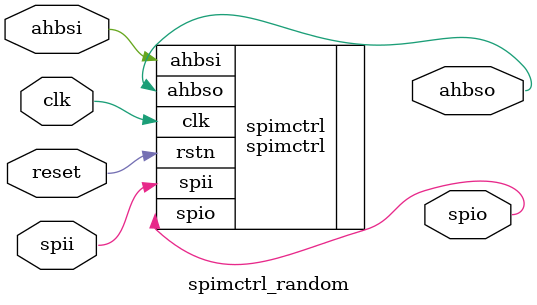
<source format=sv>
/*
* spimctrl top level module that incorporates the random number generator
* to allow bitstream generation without Vivado interferance
*/
`include "../random_number_generator.sv"

module spimctrl_random(
    input logic clk,
    input logic reset,
    input logic ahbsi,
    output logic ahbso,
    input logic spii,
    output logic spio
    );

spimctrl spimctrl (
    .clk(clk),
    .rstn(reset),
    .ahbsi(ahbsi),
    .ahbso(ahbso),
    .spii(spii),
    .spio(spio)
);

endmodule
</source>
